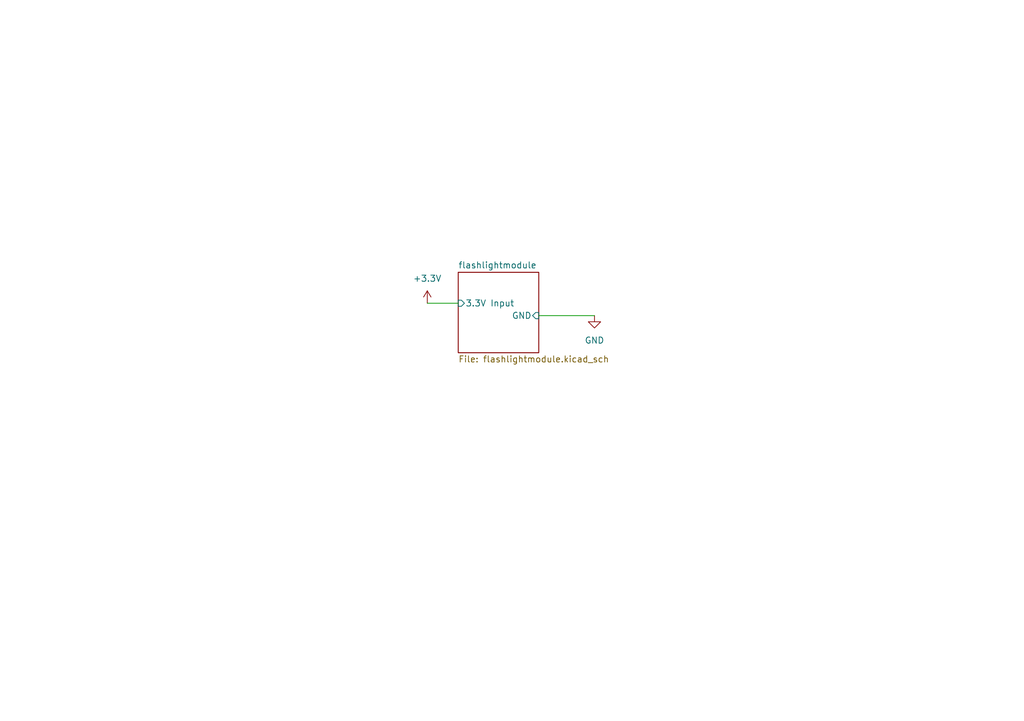
<source format=kicad_sch>
(kicad_sch (version 20230121) (generator eeschema)
  (paper "A5")
  (title_block (title "KeychainFlashlightAdvanced") (date "2023-12-30") (rev "V0.1") (comment 1 "Made By: Casper Tak"))
  (lib_symbols
    (symbol "power:+3.3V" (power) (pin_names (offset 0))
      (property "Value" "+3.3V" (at 0 3.556 0))
      (symbol "+3.3V_0_1"
        (polyline (pts (xy -0.762 1.27) (xy 0 2.54)))
        (polyline (pts (xy 0 0) (xy 0 2.54)))
        (polyline (pts (xy 0 2.54) (xy 0.762 1.27)))
      )
      (symbol "+3.3V_1_1"
        (pin power_in line (at 0 0 90) (length 0) hide (name "+3.3V") (number "1"))
      )
    )
    (symbol "power:GND" (power) (pin_names (offset 0))
      (property "Value" "GND" (at 0 -3.81 0))
      (symbol "GND_0_1"
        (polyline (pts (xy 0 0) (xy 0 -1.27) (xy 1.27 -1.27) (xy 0 -2.54) (xy -1.27 -1.27) (xy 0 -1.27)))
      )
      (symbol "GND_1_1"
        (pin power_in line (at 0 0 270) (length 0) hide (name "GND") (number "1"))
      )
    )
  )
  (wire (pts (xy 87.63 62.23) (xy 93.98 62.23)))
  (wire (pts (xy 110.49 64.77) (xy 121.92 64.77)))
  (symbol (lib_id "power:+3.3V") (at 87.63 62.23 0) (unit 1)
    (property "Reference" "#PWR01" (effects hide))
    (property "Value" "+3.3V" (at 87.63 57.15 0))
  )
  (symbol (lib_id "power:GND") (at 121.92 64.77 0) (unit 1)
    (property "Reference" "#PWR02" (effects hide))
    (property "Value" "GND" (at 121.92 69.85 0))
  )
  (sheet (at 93.98 55.88) (size 16.51 16.51) (stroke (width 0.1524))
    (property "Sheetname" "flashlightmodule" (at 93.98 55.1684 0) (effects (justify left bottom)))
    (property "Sheetfile" "flashlightmodule.kicad_sch" (at 93.98 72.9746 0) (effects (justify left top)))
    (pin "GND" input (at 110.49 64.77 0))
    (pin "3.3V Input" input (at 93.98 62.23 180))
  )
)
</source>
